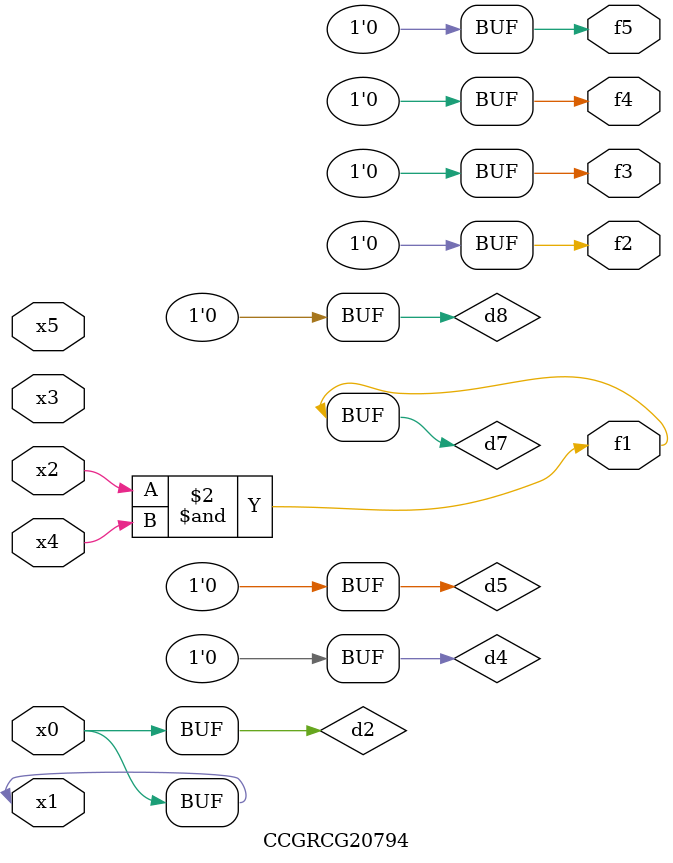
<source format=v>
module CCGRCG20794(
	input x0, x1, x2, x3, x4, x5,
	output f1, f2, f3, f4, f5
);

	wire d1, d2, d3, d4, d5, d6, d7, d8, d9;

	nand (d1, x1);
	buf (d2, x0, x1);
	nand (d3, x2, x4);
	and (d4, d1, d2);
	and (d5, d1, d2);
	nand (d6, d1, d3);
	not (d7, d3);
	xor (d8, d5);
	nor (d9, d5, d6);
	assign f1 = d7;
	assign f2 = d8;
	assign f3 = d8;
	assign f4 = d8;
	assign f5 = d8;
endmodule

</source>
